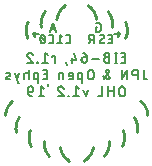
<source format=gbo>
G75*
%MOIN*%
%OFA0B0*%
%FSLAX25Y25*%
%IPPOS*%
%LPD*%
%AMOC8*
5,1,8,0,0,1.08239X$1,22.5*
%
%ADD10C,0.00787*%
%ADD11C,0.00600*%
%ADD12C,0.00700*%
%ADD13C,0.01000*%
D10*
X0040817Y0074281D02*
X0040817Y0075856D01*
X0040030Y0075069D01*
X0040817Y0074281D01*
X0040030Y0075069D02*
X0041998Y0075069D01*
X0067195Y0075069D02*
X0069163Y0075069D01*
X0068376Y0074281D01*
X0068376Y0075856D01*
X0069163Y0075069D01*
D11*
X0066527Y0074966D02*
X0065219Y0074966D01*
X0065546Y0073658D02*
X0066527Y0073658D01*
X0066527Y0074966D02*
X0066527Y0072022D01*
X0065219Y0072022D01*
X0062678Y0073249D02*
X0062636Y0073223D01*
X0062597Y0073193D01*
X0062560Y0073161D01*
X0062525Y0073126D01*
X0062493Y0073088D01*
X0062464Y0073048D01*
X0062438Y0073006D01*
X0062416Y0072963D01*
X0062396Y0072918D01*
X0062380Y0072871D01*
X0062367Y0072824D01*
X0062358Y0072775D01*
X0062353Y0072726D01*
X0062351Y0072677D01*
X0062353Y0072628D01*
X0062358Y0072580D01*
X0062367Y0072531D01*
X0062380Y0072484D01*
X0062396Y0072438D01*
X0062416Y0072393D01*
X0062439Y0072350D01*
X0062465Y0072309D01*
X0062494Y0072269D01*
X0062526Y0072232D01*
X0062560Y0072198D01*
X0062597Y0072166D01*
X0062637Y0072137D01*
X0062678Y0072111D01*
X0062721Y0072088D01*
X0062766Y0072068D01*
X0062812Y0072052D01*
X0062859Y0072039D01*
X0062908Y0072030D01*
X0062956Y0072025D01*
X0063005Y0072023D01*
X0062678Y0073249D02*
X0063577Y0073739D01*
X0063250Y0074965D02*
X0063184Y0074963D01*
X0063119Y0074958D01*
X0063054Y0074949D01*
X0062989Y0074937D01*
X0062925Y0074921D01*
X0062862Y0074902D01*
X0062801Y0074880D01*
X0062740Y0074854D01*
X0062681Y0074825D01*
X0062624Y0074793D01*
X0062568Y0074758D01*
X0062514Y0074720D01*
X0063577Y0073740D02*
X0063619Y0073766D01*
X0063658Y0073796D01*
X0063695Y0073828D01*
X0063730Y0073863D01*
X0063762Y0073901D01*
X0063791Y0073941D01*
X0063817Y0073983D01*
X0063839Y0074026D01*
X0063859Y0074071D01*
X0063875Y0074118D01*
X0063888Y0074165D01*
X0063897Y0074214D01*
X0063902Y0074263D01*
X0063904Y0074312D01*
X0063902Y0074361D01*
X0063897Y0074409D01*
X0063888Y0074458D01*
X0063875Y0074505D01*
X0063859Y0074551D01*
X0063839Y0074596D01*
X0063816Y0074639D01*
X0063790Y0074680D01*
X0063761Y0074720D01*
X0063729Y0074757D01*
X0063695Y0074791D01*
X0063658Y0074823D01*
X0063618Y0074852D01*
X0063577Y0074878D01*
X0063534Y0074901D01*
X0063489Y0074921D01*
X0063443Y0074937D01*
X0063396Y0074950D01*
X0063347Y0074959D01*
X0063299Y0074964D01*
X0063250Y0074966D01*
X0062043Y0075959D02*
X0061062Y0075959D01*
X0061062Y0077595D01*
X0061553Y0077595D01*
X0062697Y0078249D02*
X0062695Y0078298D01*
X0062690Y0078346D01*
X0062681Y0078395D01*
X0062668Y0078442D01*
X0062652Y0078488D01*
X0062632Y0078533D01*
X0062609Y0078576D01*
X0062583Y0078617D01*
X0062554Y0078657D01*
X0062522Y0078694D01*
X0062488Y0078728D01*
X0062451Y0078760D01*
X0062411Y0078789D01*
X0062370Y0078815D01*
X0062327Y0078838D01*
X0062282Y0078858D01*
X0062236Y0078874D01*
X0062189Y0078887D01*
X0062140Y0078896D01*
X0062092Y0078901D01*
X0062043Y0078903D01*
X0061062Y0078903D01*
X0062698Y0078249D02*
X0062698Y0076614D01*
X0062697Y0076614D02*
X0062695Y0076565D01*
X0062690Y0076517D01*
X0062681Y0076468D01*
X0062668Y0076421D01*
X0062652Y0076375D01*
X0062632Y0076330D01*
X0062609Y0076287D01*
X0062583Y0076246D01*
X0062554Y0076206D01*
X0062522Y0076169D01*
X0062488Y0076135D01*
X0062451Y0076103D01*
X0062411Y0076074D01*
X0062370Y0076048D01*
X0062327Y0076025D01*
X0062282Y0076005D01*
X0062236Y0075989D01*
X0062189Y0075976D01*
X0062140Y0075967D01*
X0062092Y0075962D01*
X0062043Y0075960D01*
X0060335Y0074966D02*
X0059518Y0074966D01*
X0060335Y0074966D02*
X0060335Y0072022D01*
X0060335Y0073331D02*
X0059518Y0073331D01*
X0059354Y0073331D02*
X0058700Y0072022D01*
X0059518Y0073330D02*
X0059462Y0073332D01*
X0059407Y0073338D01*
X0059352Y0073347D01*
X0059297Y0073360D01*
X0059244Y0073377D01*
X0059192Y0073398D01*
X0059142Y0073422D01*
X0059093Y0073449D01*
X0059046Y0073480D01*
X0059002Y0073513D01*
X0058960Y0073550D01*
X0058920Y0073590D01*
X0058883Y0073632D01*
X0058850Y0073676D01*
X0058819Y0073723D01*
X0058792Y0073772D01*
X0058768Y0073822D01*
X0058747Y0073874D01*
X0058730Y0073927D01*
X0058717Y0073982D01*
X0058708Y0074037D01*
X0058702Y0074092D01*
X0058700Y0074148D01*
X0058702Y0074204D01*
X0058708Y0074259D01*
X0058717Y0074314D01*
X0058730Y0074369D01*
X0058747Y0074422D01*
X0058768Y0074474D01*
X0058792Y0074524D01*
X0058819Y0074573D01*
X0058850Y0074620D01*
X0058883Y0074664D01*
X0058920Y0074706D01*
X0058960Y0074746D01*
X0059002Y0074783D01*
X0059046Y0074816D01*
X0059093Y0074847D01*
X0059142Y0074874D01*
X0059192Y0074898D01*
X0059244Y0074919D01*
X0059297Y0074936D01*
X0059352Y0074949D01*
X0059407Y0074958D01*
X0059462Y0074964D01*
X0059518Y0074966D01*
X0063005Y0072022D02*
X0063078Y0072024D01*
X0063150Y0072030D01*
X0063222Y0072039D01*
X0063294Y0072053D01*
X0063365Y0072070D01*
X0063434Y0072090D01*
X0063503Y0072115D01*
X0063570Y0072143D01*
X0063635Y0072174D01*
X0063699Y0072209D01*
X0063761Y0072247D01*
X0063821Y0072289D01*
X0063879Y0072333D01*
X0063934Y0072381D01*
X0063986Y0072431D01*
X0052616Y0072677D02*
X0052616Y0074312D01*
X0052614Y0074361D01*
X0052609Y0074409D01*
X0052600Y0074458D01*
X0052587Y0074505D01*
X0052571Y0074551D01*
X0052551Y0074596D01*
X0052528Y0074639D01*
X0052502Y0074680D01*
X0052473Y0074720D01*
X0052441Y0074757D01*
X0052407Y0074791D01*
X0052370Y0074823D01*
X0052330Y0074852D01*
X0052289Y0074878D01*
X0052246Y0074901D01*
X0052201Y0074921D01*
X0052155Y0074937D01*
X0052108Y0074950D01*
X0052059Y0074959D01*
X0052011Y0074964D01*
X0051962Y0074966D01*
X0051308Y0074966D01*
X0049944Y0074312D02*
X0049127Y0074966D01*
X0049127Y0072022D01*
X0049944Y0072022D02*
X0048309Y0072022D01*
X0046907Y0072677D02*
X0046907Y0074312D01*
X0046905Y0074361D01*
X0046900Y0074409D01*
X0046891Y0074458D01*
X0046878Y0074505D01*
X0046862Y0074551D01*
X0046842Y0074596D01*
X0046819Y0074639D01*
X0046793Y0074680D01*
X0046764Y0074720D01*
X0046732Y0074757D01*
X0046698Y0074791D01*
X0046661Y0074823D01*
X0046621Y0074852D01*
X0046580Y0074878D01*
X0046537Y0074901D01*
X0046492Y0074921D01*
X0046446Y0074937D01*
X0046399Y0074950D01*
X0046350Y0074959D01*
X0046302Y0074964D01*
X0046253Y0074966D01*
X0045599Y0074966D01*
X0045938Y0075959D02*
X0046919Y0078903D01*
X0047900Y0075959D01*
X0047655Y0076695D02*
X0046183Y0076695D01*
X0042600Y0073494D02*
X0042602Y0073402D01*
X0042607Y0073311D01*
X0042616Y0073219D01*
X0042628Y0073129D01*
X0042643Y0073038D01*
X0042662Y0072948D01*
X0042684Y0072860D01*
X0042710Y0072772D01*
X0042739Y0072685D01*
X0042771Y0072599D01*
X0042807Y0072514D01*
X0042845Y0072431D01*
X0042846Y0072431D02*
X0042863Y0072387D01*
X0042883Y0072345D01*
X0042906Y0072304D01*
X0042933Y0072265D01*
X0042962Y0072229D01*
X0042995Y0072195D01*
X0043029Y0072163D01*
X0043066Y0072135D01*
X0043106Y0072109D01*
X0043147Y0072086D01*
X0043189Y0072067D01*
X0043233Y0072051D01*
X0043279Y0072038D01*
X0043325Y0072029D01*
X0043371Y0072024D01*
X0043418Y0072022D01*
X0043465Y0072024D01*
X0043511Y0072029D01*
X0043557Y0072038D01*
X0043603Y0072051D01*
X0043647Y0072067D01*
X0043689Y0072086D01*
X0043730Y0072109D01*
X0043770Y0072135D01*
X0043807Y0072163D01*
X0043841Y0072195D01*
X0043874Y0072229D01*
X0043903Y0072265D01*
X0043930Y0072304D01*
X0043953Y0072345D01*
X0043973Y0072387D01*
X0043990Y0072431D01*
X0044072Y0072677D02*
X0042764Y0074312D01*
X0042846Y0074557D02*
X0042863Y0074601D01*
X0042883Y0074643D01*
X0042906Y0074684D01*
X0042933Y0074723D01*
X0042962Y0074759D01*
X0042995Y0074793D01*
X0043029Y0074825D01*
X0043066Y0074853D01*
X0043106Y0074879D01*
X0043147Y0074902D01*
X0043189Y0074921D01*
X0043233Y0074937D01*
X0043279Y0074950D01*
X0043325Y0074959D01*
X0043371Y0074964D01*
X0043418Y0074966D01*
X0043465Y0074964D01*
X0043511Y0074959D01*
X0043557Y0074950D01*
X0043603Y0074937D01*
X0043647Y0074921D01*
X0043689Y0074902D01*
X0043730Y0074879D01*
X0043770Y0074853D01*
X0043807Y0074825D01*
X0043841Y0074793D01*
X0043874Y0074759D01*
X0043903Y0074723D01*
X0043930Y0074684D01*
X0043953Y0074643D01*
X0043973Y0074601D01*
X0043990Y0074557D01*
X0042846Y0074557D02*
X0042808Y0074474D01*
X0042772Y0074389D01*
X0042740Y0074303D01*
X0042711Y0074216D01*
X0042685Y0074128D01*
X0042663Y0074039D01*
X0042644Y0073950D01*
X0042629Y0073859D01*
X0042617Y0073768D01*
X0042608Y0073677D01*
X0042603Y0073586D01*
X0042601Y0073494D01*
X0044235Y0073494D02*
X0044233Y0073586D01*
X0044228Y0073677D01*
X0044219Y0073768D01*
X0044207Y0073859D01*
X0044192Y0073950D01*
X0044173Y0074039D01*
X0044151Y0074128D01*
X0044125Y0074216D01*
X0044096Y0074303D01*
X0044064Y0074389D01*
X0044028Y0074474D01*
X0043990Y0074557D01*
X0044236Y0073494D02*
X0044234Y0073402D01*
X0044229Y0073311D01*
X0044220Y0073219D01*
X0044208Y0073129D01*
X0044193Y0073038D01*
X0044174Y0072948D01*
X0044152Y0072860D01*
X0044126Y0072772D01*
X0044097Y0072685D01*
X0044065Y0072599D01*
X0044029Y0072514D01*
X0043991Y0072431D01*
X0045599Y0072022D02*
X0046253Y0072022D01*
X0046253Y0072023D02*
X0046302Y0072025D01*
X0046350Y0072030D01*
X0046399Y0072039D01*
X0046446Y0072052D01*
X0046492Y0072068D01*
X0046537Y0072088D01*
X0046580Y0072111D01*
X0046621Y0072137D01*
X0046661Y0072166D01*
X0046698Y0072198D01*
X0046732Y0072232D01*
X0046764Y0072269D01*
X0046793Y0072309D01*
X0046819Y0072350D01*
X0046842Y0072393D01*
X0046862Y0072438D01*
X0046878Y0072484D01*
X0046891Y0072531D01*
X0046900Y0072580D01*
X0046905Y0072628D01*
X0046907Y0072677D01*
X0051308Y0072022D02*
X0051962Y0072022D01*
X0051962Y0072023D02*
X0052011Y0072025D01*
X0052059Y0072030D01*
X0052108Y0072039D01*
X0052155Y0072052D01*
X0052201Y0072068D01*
X0052246Y0072088D01*
X0052289Y0072111D01*
X0052330Y0072137D01*
X0052370Y0072166D01*
X0052407Y0072198D01*
X0052441Y0072232D01*
X0052473Y0072269D01*
X0052502Y0072309D01*
X0052528Y0072350D01*
X0052551Y0072393D01*
X0052571Y0072438D01*
X0052587Y0072484D01*
X0052600Y0072531D01*
X0052609Y0072580D01*
X0052614Y0072628D01*
X0052616Y0072677D01*
D12*
X0053825Y0068933D02*
X0054559Y0066366D01*
X0052725Y0066366D01*
X0053275Y0065633D02*
X0053275Y0067100D01*
X0051235Y0065816D02*
X0051052Y0065816D01*
X0051052Y0065633D01*
X0051327Y0064900D01*
X0051235Y0065633D02*
X0051052Y0065633D01*
X0051235Y0065633D02*
X0051235Y0065816D01*
X0050322Y0062233D02*
X0049406Y0062233D01*
X0049361Y0062231D01*
X0049315Y0062225D01*
X0049271Y0062216D01*
X0049227Y0062203D01*
X0049185Y0062187D01*
X0049144Y0062167D01*
X0049105Y0062143D01*
X0049068Y0062117D01*
X0049033Y0062088D01*
X0049001Y0062056D01*
X0048972Y0062021D01*
X0048946Y0061984D01*
X0048922Y0061945D01*
X0048902Y0061904D01*
X0048886Y0061862D01*
X0048873Y0061818D01*
X0048864Y0061774D01*
X0048858Y0061728D01*
X0048856Y0061683D01*
X0048856Y0060033D01*
X0050322Y0060033D02*
X0050322Y0062233D01*
X0052096Y0061500D02*
X0052096Y0061133D01*
X0053562Y0061133D01*
X0053562Y0061500D02*
X0053562Y0060583D01*
X0053560Y0060538D01*
X0053554Y0060492D01*
X0053545Y0060448D01*
X0053532Y0060404D01*
X0053516Y0060362D01*
X0053496Y0060321D01*
X0053472Y0060282D01*
X0053446Y0060245D01*
X0053417Y0060210D01*
X0053385Y0060178D01*
X0053350Y0060149D01*
X0053313Y0060123D01*
X0053274Y0060099D01*
X0053233Y0060079D01*
X0053191Y0060063D01*
X0053147Y0060050D01*
X0053103Y0060041D01*
X0053057Y0060035D01*
X0053012Y0060033D01*
X0052096Y0060033D01*
X0052096Y0061500D02*
X0052098Y0061552D01*
X0052103Y0061604D01*
X0052113Y0061656D01*
X0052126Y0061707D01*
X0052142Y0061756D01*
X0052162Y0061804D01*
X0052186Y0061851D01*
X0052212Y0061896D01*
X0052242Y0061939D01*
X0052275Y0061980D01*
X0052311Y0062018D01*
X0052349Y0062054D01*
X0052390Y0062087D01*
X0052433Y0062117D01*
X0052478Y0062143D01*
X0052525Y0062167D01*
X0052573Y0062187D01*
X0052622Y0062203D01*
X0052673Y0062216D01*
X0052725Y0062226D01*
X0052777Y0062231D01*
X0052829Y0062233D01*
X0052881Y0062231D01*
X0052933Y0062226D01*
X0052985Y0062216D01*
X0053036Y0062203D01*
X0053085Y0062187D01*
X0053133Y0062167D01*
X0053180Y0062143D01*
X0053225Y0062117D01*
X0053268Y0062087D01*
X0053309Y0062054D01*
X0053347Y0062018D01*
X0053383Y0061980D01*
X0053416Y0061939D01*
X0053446Y0061896D01*
X0053472Y0061851D01*
X0053496Y0061804D01*
X0053516Y0061756D01*
X0053532Y0061707D01*
X0053545Y0061656D01*
X0053555Y0061604D01*
X0053560Y0061552D01*
X0053562Y0061500D01*
X0055186Y0061683D02*
X0055186Y0060583D01*
X0055188Y0060538D01*
X0055194Y0060492D01*
X0055203Y0060448D01*
X0055216Y0060404D01*
X0055232Y0060362D01*
X0055252Y0060321D01*
X0055276Y0060282D01*
X0055302Y0060245D01*
X0055331Y0060210D01*
X0055363Y0060178D01*
X0055398Y0060149D01*
X0055435Y0060123D01*
X0055474Y0060099D01*
X0055515Y0060079D01*
X0055557Y0060063D01*
X0055601Y0060050D01*
X0055645Y0060041D01*
X0055691Y0060035D01*
X0055736Y0060033D01*
X0056653Y0060033D01*
X0056653Y0058933D02*
X0056653Y0062233D01*
X0055736Y0062233D01*
X0055691Y0062231D01*
X0055645Y0062225D01*
X0055601Y0062216D01*
X0055557Y0062203D01*
X0055515Y0062187D01*
X0055474Y0062167D01*
X0055435Y0062143D01*
X0055398Y0062117D01*
X0055363Y0062088D01*
X0055331Y0062056D01*
X0055302Y0062021D01*
X0055276Y0061984D01*
X0055252Y0061945D01*
X0055232Y0061904D01*
X0055216Y0061862D01*
X0055203Y0061818D01*
X0055194Y0061774D01*
X0055188Y0061728D01*
X0055186Y0061683D01*
X0058512Y0062416D02*
X0058512Y0060950D01*
X0058514Y0060891D01*
X0058520Y0060833D01*
X0058529Y0060775D01*
X0058542Y0060717D01*
X0058559Y0060661D01*
X0058579Y0060606D01*
X0058603Y0060552D01*
X0058630Y0060500D01*
X0058660Y0060450D01*
X0058694Y0060402D01*
X0058731Y0060356D01*
X0058770Y0060312D01*
X0058813Y0060271D01*
X0058857Y0060233D01*
X0058904Y0060198D01*
X0058954Y0060166D01*
X0059005Y0060137D01*
X0059058Y0060111D01*
X0059112Y0060089D01*
X0059168Y0060071D01*
X0059225Y0060056D01*
X0059283Y0060045D01*
X0059341Y0060037D01*
X0059400Y0060033D01*
X0059458Y0060033D01*
X0059517Y0060037D01*
X0059575Y0060045D01*
X0059633Y0060056D01*
X0059690Y0060071D01*
X0059746Y0060089D01*
X0059800Y0060111D01*
X0059853Y0060137D01*
X0059904Y0060166D01*
X0059954Y0060198D01*
X0060001Y0060233D01*
X0060045Y0060271D01*
X0060088Y0060312D01*
X0060127Y0060356D01*
X0060164Y0060402D01*
X0060198Y0060450D01*
X0060228Y0060500D01*
X0060255Y0060552D01*
X0060279Y0060606D01*
X0060299Y0060661D01*
X0060316Y0060717D01*
X0060329Y0060775D01*
X0060338Y0060833D01*
X0060344Y0060891D01*
X0060346Y0060950D01*
X0060346Y0062416D01*
X0060344Y0062475D01*
X0060338Y0062533D01*
X0060329Y0062591D01*
X0060316Y0062649D01*
X0060299Y0062705D01*
X0060279Y0062760D01*
X0060255Y0062814D01*
X0060228Y0062866D01*
X0060198Y0062916D01*
X0060164Y0062964D01*
X0060127Y0063010D01*
X0060088Y0063054D01*
X0060045Y0063095D01*
X0060001Y0063133D01*
X0059954Y0063168D01*
X0059904Y0063200D01*
X0059853Y0063229D01*
X0059800Y0063255D01*
X0059746Y0063277D01*
X0059690Y0063295D01*
X0059633Y0063310D01*
X0059575Y0063321D01*
X0059517Y0063329D01*
X0059458Y0063333D01*
X0059400Y0063333D01*
X0059341Y0063329D01*
X0059283Y0063321D01*
X0059225Y0063310D01*
X0059168Y0063295D01*
X0059112Y0063277D01*
X0059058Y0063255D01*
X0059005Y0063229D01*
X0058954Y0063200D01*
X0058904Y0063168D01*
X0058857Y0063133D01*
X0058813Y0063095D01*
X0058770Y0063054D01*
X0058731Y0063010D01*
X0058694Y0062964D01*
X0058660Y0062916D01*
X0058630Y0062866D01*
X0058603Y0062814D01*
X0058579Y0062760D01*
X0058559Y0062705D01*
X0058542Y0062649D01*
X0058529Y0062591D01*
X0058520Y0062533D01*
X0058514Y0062475D01*
X0058512Y0062416D01*
X0058159Y0066550D02*
X0058159Y0067466D01*
X0057059Y0067466D01*
X0058159Y0067466D02*
X0058157Y0067540D01*
X0058151Y0067614D01*
X0058142Y0067688D01*
X0058129Y0067761D01*
X0058112Y0067834D01*
X0058092Y0067905D01*
X0058068Y0067975D01*
X0058040Y0068045D01*
X0058009Y0068112D01*
X0057975Y0068178D01*
X0057937Y0068242D01*
X0057896Y0068304D01*
X0057852Y0068364D01*
X0057805Y0068422D01*
X0057755Y0068477D01*
X0057703Y0068529D01*
X0057648Y0068579D01*
X0057590Y0068626D01*
X0057530Y0068670D01*
X0057468Y0068711D01*
X0057404Y0068749D01*
X0057338Y0068783D01*
X0057271Y0068814D01*
X0057201Y0068842D01*
X0057131Y0068866D01*
X0057060Y0068886D01*
X0056987Y0068903D01*
X0056914Y0068916D01*
X0056840Y0068925D01*
X0056766Y0068931D01*
X0056692Y0068933D01*
X0056325Y0066733D02*
X0056325Y0066550D01*
X0056326Y0066733D02*
X0056328Y0066785D01*
X0056333Y0066837D01*
X0056343Y0066889D01*
X0056356Y0066940D01*
X0056372Y0066989D01*
X0056392Y0067038D01*
X0056416Y0067084D01*
X0056442Y0067129D01*
X0056472Y0067172D01*
X0056505Y0067213D01*
X0056541Y0067251D01*
X0056579Y0067287D01*
X0056620Y0067320D01*
X0056663Y0067350D01*
X0056708Y0067376D01*
X0056755Y0067400D01*
X0056803Y0067420D01*
X0056852Y0067436D01*
X0056903Y0067449D01*
X0056955Y0067459D01*
X0057007Y0067464D01*
X0057059Y0067466D01*
X0056325Y0066550D02*
X0056327Y0066491D01*
X0056333Y0066433D01*
X0056342Y0066375D01*
X0056355Y0066317D01*
X0056372Y0066261D01*
X0056392Y0066206D01*
X0056416Y0066152D01*
X0056443Y0066100D01*
X0056473Y0066050D01*
X0056507Y0066002D01*
X0056544Y0065956D01*
X0056583Y0065912D01*
X0056626Y0065871D01*
X0056670Y0065833D01*
X0056717Y0065798D01*
X0056767Y0065766D01*
X0056818Y0065737D01*
X0056871Y0065711D01*
X0056925Y0065689D01*
X0056981Y0065671D01*
X0057038Y0065656D01*
X0057096Y0065645D01*
X0057154Y0065637D01*
X0057213Y0065633D01*
X0057271Y0065633D01*
X0057330Y0065637D01*
X0057388Y0065645D01*
X0057446Y0065656D01*
X0057503Y0065671D01*
X0057559Y0065689D01*
X0057613Y0065711D01*
X0057666Y0065737D01*
X0057717Y0065766D01*
X0057767Y0065798D01*
X0057814Y0065833D01*
X0057858Y0065871D01*
X0057901Y0065912D01*
X0057940Y0065956D01*
X0057977Y0066002D01*
X0058011Y0066050D01*
X0058041Y0066100D01*
X0058068Y0066152D01*
X0058092Y0066206D01*
X0058112Y0066261D01*
X0058129Y0066317D01*
X0058142Y0066375D01*
X0058151Y0066433D01*
X0058157Y0066491D01*
X0058159Y0066550D01*
X0059982Y0066916D02*
X0062182Y0066916D01*
X0064717Y0067467D02*
X0064658Y0067465D01*
X0064600Y0067459D01*
X0064542Y0067450D01*
X0064484Y0067437D01*
X0064428Y0067420D01*
X0064373Y0067400D01*
X0064319Y0067376D01*
X0064267Y0067349D01*
X0064217Y0067319D01*
X0064169Y0067285D01*
X0064123Y0067248D01*
X0064079Y0067209D01*
X0064038Y0067166D01*
X0064000Y0067122D01*
X0063965Y0067075D01*
X0063933Y0067025D01*
X0063904Y0066974D01*
X0063878Y0066921D01*
X0063856Y0066867D01*
X0063838Y0066811D01*
X0063823Y0066754D01*
X0063812Y0066696D01*
X0063804Y0066638D01*
X0063800Y0066579D01*
X0063800Y0066521D01*
X0063804Y0066462D01*
X0063812Y0066404D01*
X0063823Y0066346D01*
X0063838Y0066289D01*
X0063856Y0066233D01*
X0063878Y0066179D01*
X0063904Y0066126D01*
X0063933Y0066075D01*
X0063965Y0066025D01*
X0064000Y0065978D01*
X0064038Y0065934D01*
X0064079Y0065891D01*
X0064123Y0065852D01*
X0064169Y0065815D01*
X0064217Y0065781D01*
X0064267Y0065751D01*
X0064319Y0065724D01*
X0064373Y0065700D01*
X0064428Y0065680D01*
X0064484Y0065663D01*
X0064542Y0065650D01*
X0064600Y0065641D01*
X0064658Y0065635D01*
X0064717Y0065633D01*
X0065634Y0065633D01*
X0065634Y0068933D01*
X0064717Y0068933D01*
X0064665Y0068931D01*
X0064613Y0068926D01*
X0064561Y0068916D01*
X0064510Y0068903D01*
X0064461Y0068887D01*
X0064413Y0068867D01*
X0064366Y0068843D01*
X0064321Y0068817D01*
X0064278Y0068787D01*
X0064237Y0068754D01*
X0064199Y0068718D01*
X0064163Y0068680D01*
X0064130Y0068639D01*
X0064100Y0068596D01*
X0064074Y0068551D01*
X0064050Y0068504D01*
X0064030Y0068456D01*
X0064014Y0068407D01*
X0064001Y0068356D01*
X0063991Y0068304D01*
X0063986Y0068252D01*
X0063984Y0068200D01*
X0063986Y0068148D01*
X0063991Y0068096D01*
X0064001Y0068044D01*
X0064014Y0067993D01*
X0064030Y0067944D01*
X0064050Y0067896D01*
X0064074Y0067849D01*
X0064100Y0067804D01*
X0064130Y0067761D01*
X0064163Y0067720D01*
X0064199Y0067682D01*
X0064237Y0067646D01*
X0064278Y0067613D01*
X0064321Y0067583D01*
X0064366Y0067557D01*
X0064413Y0067533D01*
X0064461Y0067513D01*
X0064510Y0067497D01*
X0064561Y0067484D01*
X0064613Y0067474D01*
X0064665Y0067469D01*
X0064717Y0067467D01*
X0064717Y0067466D02*
X0065634Y0067466D01*
X0067435Y0065633D02*
X0068169Y0065633D01*
X0067802Y0065633D02*
X0067802Y0068933D01*
X0068169Y0068933D02*
X0067435Y0068933D01*
X0069521Y0068933D02*
X0070987Y0068933D01*
X0070987Y0065633D01*
X0069521Y0065633D01*
X0069887Y0067466D02*
X0070987Y0067466D01*
X0071506Y0063333D02*
X0069672Y0060033D01*
X0069672Y0063333D01*
X0071506Y0063333D02*
X0071506Y0060033D01*
X0074104Y0061500D02*
X0075021Y0061500D01*
X0074104Y0061499D02*
X0074045Y0061501D01*
X0073987Y0061507D01*
X0073929Y0061516D01*
X0073871Y0061529D01*
X0073815Y0061546D01*
X0073760Y0061566D01*
X0073706Y0061590D01*
X0073654Y0061617D01*
X0073604Y0061647D01*
X0073556Y0061681D01*
X0073510Y0061718D01*
X0073466Y0061757D01*
X0073425Y0061800D01*
X0073387Y0061844D01*
X0073352Y0061891D01*
X0073320Y0061941D01*
X0073291Y0061992D01*
X0073265Y0062045D01*
X0073243Y0062099D01*
X0073225Y0062155D01*
X0073210Y0062212D01*
X0073199Y0062270D01*
X0073191Y0062328D01*
X0073187Y0062387D01*
X0073187Y0062445D01*
X0073191Y0062504D01*
X0073199Y0062562D01*
X0073210Y0062620D01*
X0073225Y0062677D01*
X0073243Y0062733D01*
X0073265Y0062787D01*
X0073291Y0062840D01*
X0073320Y0062891D01*
X0073352Y0062941D01*
X0073387Y0062988D01*
X0073425Y0063032D01*
X0073466Y0063075D01*
X0073510Y0063114D01*
X0073556Y0063151D01*
X0073604Y0063185D01*
X0073654Y0063215D01*
X0073706Y0063242D01*
X0073760Y0063266D01*
X0073815Y0063286D01*
X0073871Y0063303D01*
X0073929Y0063316D01*
X0073987Y0063325D01*
X0074045Y0063331D01*
X0074104Y0063333D01*
X0075021Y0063333D01*
X0075021Y0060033D01*
X0077089Y0060766D02*
X0077089Y0063333D01*
X0077089Y0060766D02*
X0077091Y0060714D01*
X0077096Y0060662D01*
X0077106Y0060610D01*
X0077119Y0060559D01*
X0077135Y0060510D01*
X0077155Y0060462D01*
X0077179Y0060415D01*
X0077205Y0060370D01*
X0077235Y0060327D01*
X0077268Y0060286D01*
X0077304Y0060248D01*
X0077342Y0060212D01*
X0077383Y0060179D01*
X0077426Y0060149D01*
X0077471Y0060123D01*
X0077518Y0060099D01*
X0077566Y0060079D01*
X0077615Y0060063D01*
X0077666Y0060050D01*
X0077718Y0060040D01*
X0077770Y0060035D01*
X0077822Y0060033D01*
X0078189Y0060033D01*
X0070753Y0056816D02*
X0070753Y0055350D01*
X0070751Y0055291D01*
X0070745Y0055233D01*
X0070736Y0055175D01*
X0070723Y0055117D01*
X0070706Y0055061D01*
X0070686Y0055006D01*
X0070662Y0054952D01*
X0070635Y0054900D01*
X0070605Y0054850D01*
X0070571Y0054802D01*
X0070534Y0054756D01*
X0070495Y0054712D01*
X0070452Y0054671D01*
X0070408Y0054633D01*
X0070361Y0054598D01*
X0070311Y0054566D01*
X0070260Y0054537D01*
X0070207Y0054511D01*
X0070153Y0054489D01*
X0070097Y0054471D01*
X0070040Y0054456D01*
X0069982Y0054445D01*
X0069924Y0054437D01*
X0069865Y0054433D01*
X0069807Y0054433D01*
X0069748Y0054437D01*
X0069690Y0054445D01*
X0069632Y0054456D01*
X0069575Y0054471D01*
X0069519Y0054489D01*
X0069465Y0054511D01*
X0069412Y0054537D01*
X0069361Y0054566D01*
X0069311Y0054598D01*
X0069264Y0054633D01*
X0069220Y0054671D01*
X0069177Y0054712D01*
X0069138Y0054756D01*
X0069101Y0054802D01*
X0069067Y0054850D01*
X0069037Y0054900D01*
X0069010Y0054952D01*
X0068986Y0055006D01*
X0068966Y0055061D01*
X0068949Y0055117D01*
X0068936Y0055175D01*
X0068927Y0055233D01*
X0068921Y0055291D01*
X0068919Y0055350D01*
X0068920Y0055350D02*
X0068920Y0056816D01*
X0068919Y0056816D02*
X0068921Y0056875D01*
X0068927Y0056933D01*
X0068936Y0056991D01*
X0068949Y0057049D01*
X0068966Y0057105D01*
X0068986Y0057160D01*
X0069010Y0057214D01*
X0069037Y0057266D01*
X0069067Y0057316D01*
X0069101Y0057364D01*
X0069138Y0057410D01*
X0069177Y0057454D01*
X0069220Y0057495D01*
X0069264Y0057533D01*
X0069311Y0057568D01*
X0069361Y0057600D01*
X0069412Y0057629D01*
X0069465Y0057655D01*
X0069519Y0057677D01*
X0069575Y0057695D01*
X0069632Y0057710D01*
X0069690Y0057721D01*
X0069748Y0057729D01*
X0069807Y0057733D01*
X0069865Y0057733D01*
X0069924Y0057729D01*
X0069982Y0057721D01*
X0070040Y0057710D01*
X0070097Y0057695D01*
X0070153Y0057677D01*
X0070207Y0057655D01*
X0070260Y0057629D01*
X0070311Y0057600D01*
X0070361Y0057568D01*
X0070408Y0057533D01*
X0070452Y0057495D01*
X0070495Y0057454D01*
X0070534Y0057410D01*
X0070571Y0057364D01*
X0070605Y0057316D01*
X0070635Y0057266D01*
X0070662Y0057214D01*
X0070686Y0057160D01*
X0070706Y0057105D01*
X0070723Y0057049D01*
X0070736Y0056991D01*
X0070745Y0056933D01*
X0070751Y0056875D01*
X0070753Y0056816D01*
X0067033Y0056266D02*
X0065200Y0056266D01*
X0065200Y0057733D02*
X0065200Y0054433D01*
X0063182Y0054433D02*
X0061715Y0054433D01*
X0063182Y0054433D02*
X0063182Y0057733D01*
X0063841Y0060033D02*
X0065399Y0062508D01*
X0064483Y0062508D02*
X0064461Y0062546D01*
X0064442Y0062586D01*
X0064427Y0062628D01*
X0064415Y0062670D01*
X0064407Y0062714D01*
X0064402Y0062758D01*
X0064401Y0062802D01*
X0064404Y0062846D01*
X0064410Y0062890D01*
X0064419Y0062933D01*
X0064433Y0062975D01*
X0064449Y0063016D01*
X0064469Y0063055D01*
X0064492Y0063093D01*
X0064518Y0063129D01*
X0064547Y0063162D01*
X0064578Y0063193D01*
X0064612Y0063221D01*
X0064648Y0063247D01*
X0064686Y0063269D01*
X0064726Y0063288D01*
X0064767Y0063304D01*
X0064810Y0063317D01*
X0064853Y0063326D01*
X0064897Y0063331D01*
X0064941Y0063333D01*
X0064985Y0063331D01*
X0065029Y0063326D01*
X0065072Y0063317D01*
X0065115Y0063304D01*
X0065156Y0063288D01*
X0065196Y0063269D01*
X0065234Y0063247D01*
X0065270Y0063221D01*
X0065304Y0063193D01*
X0065335Y0063162D01*
X0065364Y0063129D01*
X0065390Y0063093D01*
X0065413Y0063055D01*
X0065433Y0063016D01*
X0065449Y0062975D01*
X0065463Y0062933D01*
X0065472Y0062890D01*
X0065478Y0062846D01*
X0065481Y0062802D01*
X0065480Y0062758D01*
X0065475Y0062714D01*
X0065467Y0062670D01*
X0065455Y0062628D01*
X0065440Y0062586D01*
X0065421Y0062546D01*
X0065399Y0062508D01*
X0064482Y0062508D02*
X0065582Y0060858D01*
X0065606Y0060823D01*
X0065626Y0060786D01*
X0065643Y0060748D01*
X0065657Y0060708D01*
X0065666Y0060667D01*
X0065672Y0060625D01*
X0065674Y0060583D01*
X0065672Y0060538D01*
X0065666Y0060492D01*
X0065657Y0060448D01*
X0065644Y0060404D01*
X0065628Y0060362D01*
X0065608Y0060321D01*
X0065584Y0060282D01*
X0065558Y0060245D01*
X0065529Y0060210D01*
X0065497Y0060178D01*
X0065462Y0060149D01*
X0065425Y0060123D01*
X0065386Y0060099D01*
X0065345Y0060079D01*
X0065303Y0060063D01*
X0065259Y0060050D01*
X0065215Y0060041D01*
X0065169Y0060035D01*
X0065124Y0060033D01*
X0064849Y0060125D02*
X0063474Y0061133D01*
X0064849Y0060125D02*
X0064884Y0060101D01*
X0064921Y0060081D01*
X0064959Y0060064D01*
X0064999Y0060050D01*
X0065040Y0060041D01*
X0065082Y0060035D01*
X0065124Y0060033D01*
X0067033Y0057733D02*
X0067033Y0054433D01*
X0058450Y0056633D02*
X0057716Y0054433D01*
X0056983Y0056633D01*
X0055393Y0057000D02*
X0054476Y0057733D01*
X0054476Y0054433D01*
X0053560Y0054433D02*
X0055393Y0054433D01*
X0052048Y0054433D02*
X0051865Y0054433D01*
X0051865Y0054616D01*
X0052048Y0054616D01*
X0052048Y0054433D01*
X0050353Y0054433D02*
X0048520Y0054433D01*
X0050353Y0054433D02*
X0048795Y0056266D01*
X0049345Y0057733D02*
X0049408Y0057731D01*
X0049472Y0057725D01*
X0049534Y0057716D01*
X0049596Y0057703D01*
X0049658Y0057686D01*
X0049718Y0057665D01*
X0049776Y0057641D01*
X0049834Y0057614D01*
X0049889Y0057583D01*
X0049943Y0057549D01*
X0049994Y0057511D01*
X0050043Y0057471D01*
X0050089Y0057428D01*
X0050133Y0057382D01*
X0050174Y0057333D01*
X0050212Y0057283D01*
X0050247Y0057230D01*
X0050279Y0057175D01*
X0050307Y0057118D01*
X0050332Y0057059D01*
X0050353Y0057000D01*
X0048795Y0056266D02*
X0048756Y0056306D01*
X0048720Y0056347D01*
X0048686Y0056391D01*
X0048656Y0056437D01*
X0048628Y0056485D01*
X0048603Y0056534D01*
X0048581Y0056585D01*
X0048563Y0056636D01*
X0048547Y0056690D01*
X0048535Y0056743D01*
X0048527Y0056798D01*
X0048522Y0056853D01*
X0048520Y0056908D01*
X0048522Y0056964D01*
X0048528Y0057020D01*
X0048537Y0057076D01*
X0048551Y0057131D01*
X0048568Y0057184D01*
X0048588Y0057237D01*
X0048612Y0057288D01*
X0048640Y0057337D01*
X0048671Y0057384D01*
X0048705Y0057429D01*
X0048742Y0057471D01*
X0048782Y0057511D01*
X0048824Y0057548D01*
X0048869Y0057582D01*
X0048916Y0057613D01*
X0048965Y0057641D01*
X0049016Y0057665D01*
X0049069Y0057685D01*
X0049122Y0057702D01*
X0049177Y0057716D01*
X0049233Y0057725D01*
X0049289Y0057731D01*
X0049345Y0057733D01*
X0045237Y0057733D02*
X0045237Y0058466D01*
X0044974Y0060033D02*
X0044974Y0063333D01*
X0043508Y0063333D01*
X0043874Y0061866D02*
X0044974Y0061866D01*
X0044974Y0060033D02*
X0043508Y0060033D01*
X0041893Y0060033D02*
X0040976Y0060033D01*
X0040931Y0060035D01*
X0040885Y0060041D01*
X0040841Y0060050D01*
X0040797Y0060063D01*
X0040755Y0060079D01*
X0040714Y0060099D01*
X0040675Y0060123D01*
X0040638Y0060149D01*
X0040603Y0060178D01*
X0040571Y0060210D01*
X0040542Y0060245D01*
X0040516Y0060282D01*
X0040492Y0060321D01*
X0040472Y0060362D01*
X0040456Y0060404D01*
X0040443Y0060448D01*
X0040434Y0060492D01*
X0040428Y0060538D01*
X0040426Y0060583D01*
X0040426Y0061683D01*
X0040428Y0061728D01*
X0040434Y0061774D01*
X0040443Y0061818D01*
X0040456Y0061862D01*
X0040472Y0061904D01*
X0040492Y0061945D01*
X0040516Y0061984D01*
X0040542Y0062021D01*
X0040571Y0062056D01*
X0040603Y0062088D01*
X0040638Y0062117D01*
X0040675Y0062143D01*
X0040714Y0062167D01*
X0040755Y0062187D01*
X0040797Y0062203D01*
X0040841Y0062216D01*
X0040885Y0062225D01*
X0040931Y0062231D01*
X0040976Y0062233D01*
X0041893Y0062233D01*
X0041893Y0058933D01*
X0042957Y0057733D02*
X0042957Y0054433D01*
X0043873Y0054433D02*
X0042040Y0054433D01*
X0039907Y0054433D02*
X0039833Y0054435D01*
X0039759Y0054441D01*
X0039685Y0054450D01*
X0039612Y0054463D01*
X0039539Y0054480D01*
X0039468Y0054500D01*
X0039398Y0054524D01*
X0039328Y0054552D01*
X0039261Y0054583D01*
X0039195Y0054617D01*
X0039131Y0054655D01*
X0039069Y0054696D01*
X0039009Y0054740D01*
X0038951Y0054787D01*
X0038896Y0054837D01*
X0038844Y0054889D01*
X0038794Y0054944D01*
X0038747Y0055002D01*
X0038703Y0055062D01*
X0038662Y0055124D01*
X0038624Y0055188D01*
X0038590Y0055254D01*
X0038559Y0055321D01*
X0038531Y0055391D01*
X0038507Y0055461D01*
X0038487Y0055532D01*
X0038470Y0055605D01*
X0038457Y0055678D01*
X0038448Y0055752D01*
X0038442Y0055826D01*
X0038440Y0055900D01*
X0038440Y0056816D01*
X0038440Y0055900D02*
X0039540Y0055900D01*
X0039592Y0055902D01*
X0039644Y0055907D01*
X0039696Y0055917D01*
X0039747Y0055930D01*
X0039796Y0055946D01*
X0039845Y0055966D01*
X0039891Y0055990D01*
X0039936Y0056016D01*
X0039979Y0056046D01*
X0040020Y0056079D01*
X0040058Y0056115D01*
X0040094Y0056153D01*
X0040127Y0056194D01*
X0040157Y0056237D01*
X0040183Y0056282D01*
X0040207Y0056329D01*
X0040227Y0056377D01*
X0040243Y0056426D01*
X0040256Y0056477D01*
X0040266Y0056529D01*
X0040271Y0056581D01*
X0040273Y0056633D01*
X0040273Y0056816D01*
X0040274Y0056816D02*
X0040272Y0056875D01*
X0040266Y0056933D01*
X0040257Y0056991D01*
X0040244Y0057049D01*
X0040227Y0057105D01*
X0040207Y0057160D01*
X0040183Y0057214D01*
X0040156Y0057266D01*
X0040126Y0057316D01*
X0040092Y0057364D01*
X0040055Y0057410D01*
X0040016Y0057454D01*
X0039973Y0057495D01*
X0039929Y0057533D01*
X0039882Y0057568D01*
X0039832Y0057600D01*
X0039781Y0057629D01*
X0039728Y0057655D01*
X0039674Y0057677D01*
X0039618Y0057695D01*
X0039561Y0057710D01*
X0039503Y0057721D01*
X0039445Y0057729D01*
X0039386Y0057733D01*
X0039328Y0057733D01*
X0039269Y0057729D01*
X0039211Y0057721D01*
X0039153Y0057710D01*
X0039096Y0057695D01*
X0039040Y0057677D01*
X0038986Y0057655D01*
X0038933Y0057629D01*
X0038882Y0057600D01*
X0038832Y0057568D01*
X0038785Y0057533D01*
X0038741Y0057495D01*
X0038698Y0057454D01*
X0038659Y0057410D01*
X0038622Y0057364D01*
X0038588Y0057316D01*
X0038558Y0057266D01*
X0038531Y0057214D01*
X0038507Y0057160D01*
X0038487Y0057105D01*
X0038470Y0057049D01*
X0038457Y0056991D01*
X0038448Y0056933D01*
X0038442Y0056875D01*
X0038440Y0056816D01*
X0038682Y0060033D02*
X0038682Y0063333D01*
X0038682Y0062233D02*
X0037766Y0062233D01*
X0037721Y0062231D01*
X0037675Y0062225D01*
X0037631Y0062216D01*
X0037587Y0062203D01*
X0037545Y0062187D01*
X0037504Y0062167D01*
X0037465Y0062143D01*
X0037428Y0062117D01*
X0037393Y0062088D01*
X0037361Y0062056D01*
X0037332Y0062021D01*
X0037306Y0061984D01*
X0037282Y0061945D01*
X0037262Y0061904D01*
X0037246Y0061862D01*
X0037233Y0061818D01*
X0037224Y0061774D01*
X0037218Y0061728D01*
X0037216Y0061683D01*
X0037216Y0060033D01*
X0035562Y0058933D02*
X0035196Y0058933D01*
X0034096Y0062233D01*
X0035562Y0062233D02*
X0034829Y0060033D01*
X0032104Y0062233D02*
X0032019Y0062230D01*
X0031934Y0062223D01*
X0031850Y0062214D01*
X0031766Y0062200D01*
X0031682Y0062183D01*
X0031600Y0062163D01*
X0031518Y0062140D01*
X0031437Y0062113D01*
X0031358Y0062083D01*
X0031279Y0062049D01*
X0032104Y0062233D02*
X0032147Y0062232D01*
X0032189Y0062227D01*
X0032230Y0062218D01*
X0032271Y0062205D01*
X0032310Y0062189D01*
X0032348Y0062170D01*
X0032384Y0062147D01*
X0032418Y0062121D01*
X0032449Y0062092D01*
X0032477Y0062060D01*
X0032503Y0062026D01*
X0032525Y0061990D01*
X0032544Y0061952D01*
X0032560Y0061913D01*
X0032572Y0061872D01*
X0032580Y0061830D01*
X0032585Y0061788D01*
X0032586Y0061745D01*
X0032583Y0061703D01*
X0032576Y0061661D01*
X0032565Y0061620D01*
X0032551Y0061580D01*
X0032534Y0061541D01*
X0032513Y0061504D01*
X0032488Y0061469D01*
X0032461Y0061437D01*
X0032431Y0061407D01*
X0032398Y0061380D01*
X0032363Y0061355D01*
X0032326Y0061335D01*
X0032287Y0061317D01*
X0032287Y0061316D02*
X0031371Y0060950D01*
X0031371Y0060949D02*
X0031332Y0060931D01*
X0031295Y0060911D01*
X0031260Y0060886D01*
X0031227Y0060859D01*
X0031197Y0060829D01*
X0031170Y0060797D01*
X0031145Y0060762D01*
X0031124Y0060725D01*
X0031107Y0060686D01*
X0031093Y0060646D01*
X0031082Y0060605D01*
X0031075Y0060563D01*
X0031072Y0060521D01*
X0031073Y0060478D01*
X0031078Y0060436D01*
X0031086Y0060394D01*
X0031098Y0060353D01*
X0031114Y0060314D01*
X0031133Y0060276D01*
X0031155Y0060240D01*
X0031181Y0060206D01*
X0031209Y0060174D01*
X0031240Y0060145D01*
X0031274Y0060119D01*
X0031310Y0060096D01*
X0031348Y0060077D01*
X0031387Y0060061D01*
X0031428Y0060048D01*
X0031469Y0060039D01*
X0031511Y0060034D01*
X0031554Y0060033D01*
X0031657Y0060036D01*
X0031760Y0060043D01*
X0031863Y0060053D01*
X0031965Y0060066D01*
X0032066Y0060083D01*
X0032167Y0060103D01*
X0032267Y0060127D01*
X0032367Y0060153D01*
X0032465Y0060183D01*
X0032563Y0060217D01*
X0038206Y0065633D02*
X0040039Y0065633D01*
X0038481Y0067466D01*
X0039031Y0068933D02*
X0039094Y0068931D01*
X0039158Y0068925D01*
X0039220Y0068916D01*
X0039282Y0068903D01*
X0039344Y0068886D01*
X0039404Y0068865D01*
X0039462Y0068841D01*
X0039520Y0068814D01*
X0039575Y0068783D01*
X0039629Y0068749D01*
X0039680Y0068711D01*
X0039729Y0068671D01*
X0039775Y0068628D01*
X0039819Y0068582D01*
X0039860Y0068533D01*
X0039898Y0068483D01*
X0039933Y0068430D01*
X0039965Y0068375D01*
X0039993Y0068318D01*
X0040018Y0068259D01*
X0040039Y0068200D01*
X0038481Y0067466D02*
X0038442Y0067506D01*
X0038406Y0067547D01*
X0038372Y0067591D01*
X0038342Y0067637D01*
X0038314Y0067685D01*
X0038289Y0067734D01*
X0038267Y0067785D01*
X0038249Y0067836D01*
X0038233Y0067890D01*
X0038221Y0067943D01*
X0038213Y0067998D01*
X0038208Y0068053D01*
X0038206Y0068108D01*
X0038208Y0068164D01*
X0038214Y0068220D01*
X0038223Y0068276D01*
X0038237Y0068331D01*
X0038254Y0068384D01*
X0038274Y0068437D01*
X0038298Y0068488D01*
X0038326Y0068537D01*
X0038357Y0068584D01*
X0038391Y0068629D01*
X0038428Y0068671D01*
X0038468Y0068711D01*
X0038510Y0068748D01*
X0038555Y0068782D01*
X0038602Y0068813D01*
X0038651Y0068841D01*
X0038702Y0068865D01*
X0038755Y0068885D01*
X0038808Y0068902D01*
X0038863Y0068916D01*
X0038919Y0068925D01*
X0038975Y0068931D01*
X0039031Y0068933D01*
X0041551Y0065816D02*
X0041551Y0065633D01*
X0041734Y0065633D01*
X0041734Y0065816D01*
X0041551Y0065816D01*
X0043246Y0065633D02*
X0045079Y0065633D01*
X0044162Y0065633D02*
X0044162Y0068933D01*
X0045079Y0068200D01*
X0046402Y0067833D02*
X0046402Y0067466D01*
X0046402Y0067833D02*
X0047502Y0067833D01*
X0047502Y0065633D01*
X0042957Y0057733D02*
X0043873Y0057000D01*
D13*
X0035516Y0047645D02*
X0035426Y0047511D01*
X0035338Y0047373D01*
X0035254Y0047234D01*
X0035173Y0047093D01*
X0035096Y0046950D01*
X0035022Y0046805D01*
X0034951Y0046658D01*
X0034884Y0046510D01*
X0034821Y0046360D01*
X0034761Y0046209D01*
X0034705Y0046056D01*
X0034653Y0045902D01*
X0034604Y0045747D01*
X0034560Y0045591D01*
X0034518Y0045433D01*
X0034481Y0045275D01*
X0034448Y0045116D01*
X0034418Y0044956D01*
X0034392Y0044795D01*
X0034370Y0044634D01*
X0034352Y0044473D01*
X0034338Y0044311D01*
X0034328Y0044148D01*
X0034321Y0043986D01*
X0034319Y0043823D01*
X0034321Y0043660D01*
X0034326Y0043498D01*
X0034335Y0043335D01*
X0034348Y0043173D01*
X0034365Y0043011D01*
X0034386Y0042850D01*
X0034411Y0042689D01*
X0034440Y0042529D01*
X0034473Y0042370D01*
X0030873Y0048143D02*
X0030883Y0048305D01*
X0030896Y0048467D01*
X0030914Y0048629D01*
X0030936Y0048790D01*
X0030961Y0048951D01*
X0030990Y0049111D01*
X0031023Y0049270D01*
X0031060Y0049428D01*
X0031101Y0049586D01*
X0031145Y0049742D01*
X0031193Y0049898D01*
X0031245Y0050052D01*
X0031301Y0050205D01*
X0031360Y0050356D01*
X0031423Y0050506D01*
X0031490Y0050655D01*
X0031560Y0050802D01*
X0031633Y0050947D01*
X0031710Y0051090D01*
X0031791Y0051231D01*
X0031874Y0051371D01*
X0031961Y0051508D01*
X0032052Y0051643D01*
X0032146Y0051776D01*
X0032242Y0051907D01*
X0032342Y0052035D01*
X0032445Y0052161D01*
X0032551Y0052285D01*
X0032660Y0052405D01*
X0032772Y0052524D01*
X0032887Y0052639D01*
X0033004Y0052752D01*
X0033124Y0052861D01*
X0033247Y0052968D01*
X0039087Y0043092D02*
X0039034Y0042938D01*
X0038985Y0042783D01*
X0038939Y0042627D01*
X0038898Y0042469D01*
X0038860Y0042311D01*
X0038826Y0042152D01*
X0038796Y0041992D01*
X0038770Y0041832D01*
X0038748Y0041671D01*
X0038729Y0041509D01*
X0038714Y0041347D01*
X0038704Y0041185D01*
X0038697Y0041022D01*
X0038694Y0040859D01*
X0038695Y0040697D01*
X0038700Y0040534D01*
X0038709Y0040372D01*
X0038722Y0040210D01*
X0038738Y0040048D01*
X0038759Y0039887D01*
X0038783Y0039726D01*
X0038812Y0039566D01*
X0038844Y0039406D01*
X0038880Y0039247D01*
X0038919Y0039090D01*
X0038963Y0038933D01*
X0039010Y0038777D01*
X0039061Y0038623D01*
X0039116Y0038470D01*
X0039174Y0038318D01*
X0039236Y0038167D01*
X0039302Y0038019D01*
X0039371Y0037871D01*
X0039444Y0037726D01*
X0043714Y0039617D02*
X0043703Y0039455D01*
X0043696Y0039293D01*
X0043692Y0039130D01*
X0043693Y0038967D01*
X0043697Y0038805D01*
X0043706Y0038642D01*
X0043718Y0038480D01*
X0043734Y0038318D01*
X0043754Y0038157D01*
X0043778Y0037996D01*
X0043806Y0037836D01*
X0043838Y0037676D01*
X0043873Y0037517D01*
X0043913Y0037360D01*
X0043956Y0037203D01*
X0044003Y0037047D01*
X0044053Y0036892D01*
X0044107Y0036739D01*
X0044165Y0036587D01*
X0044227Y0036436D01*
X0044292Y0036287D01*
X0044361Y0036140D01*
X0044433Y0035994D01*
X0044509Y0035850D01*
X0044588Y0035708D01*
X0044671Y0035568D01*
X0044757Y0035430D01*
X0044846Y0035294D01*
X0044939Y0035160D01*
X0045034Y0035029D01*
X0045133Y0034900D01*
X0045235Y0034773D01*
X0045340Y0034648D01*
X0045448Y0034527D01*
X0057118Y0032990D02*
X0057254Y0033080D01*
X0057387Y0033173D01*
X0057518Y0033269D01*
X0057647Y0033368D01*
X0057774Y0033471D01*
X0057898Y0033576D01*
X0058019Y0033684D01*
X0058138Y0033795D01*
X0058254Y0033909D01*
X0058367Y0034026D01*
X0058478Y0034145D01*
X0058585Y0034267D01*
X0058690Y0034392D01*
X0058791Y0034519D01*
X0058890Y0034649D01*
X0058985Y0034780D01*
X0059077Y0034914D01*
X0059166Y0035051D01*
X0059252Y0035189D01*
X0059334Y0035329D01*
X0059413Y0035472D01*
X0059488Y0035616D01*
X0059560Y0035762D01*
X0059628Y0035909D01*
X0059693Y0036059D01*
X0059754Y0036209D01*
X0059812Y0036361D01*
X0059866Y0036515D01*
X0059916Y0036670D01*
X0059962Y0036825D01*
X0060005Y0036982D01*
X0060044Y0037140D01*
X0060079Y0037299D01*
X0060110Y0037459D01*
X0063745Y0034527D02*
X0063853Y0034648D01*
X0063958Y0034773D01*
X0064060Y0034900D01*
X0064159Y0035029D01*
X0064254Y0035160D01*
X0064347Y0035294D01*
X0064436Y0035430D01*
X0064522Y0035568D01*
X0064605Y0035708D01*
X0064684Y0035850D01*
X0064760Y0035994D01*
X0064832Y0036140D01*
X0064901Y0036287D01*
X0064966Y0036436D01*
X0065028Y0036587D01*
X0065086Y0036739D01*
X0065140Y0036892D01*
X0065190Y0037047D01*
X0065237Y0037203D01*
X0065280Y0037360D01*
X0065320Y0037517D01*
X0065355Y0037676D01*
X0065387Y0037836D01*
X0065415Y0037996D01*
X0065439Y0038157D01*
X0065459Y0038318D01*
X0065475Y0038480D01*
X0065487Y0038642D01*
X0065496Y0038805D01*
X0065500Y0038967D01*
X0065501Y0039130D01*
X0065497Y0039293D01*
X0065490Y0039455D01*
X0065479Y0039617D01*
X0069749Y0037726D02*
X0069822Y0037871D01*
X0069891Y0038019D01*
X0069957Y0038167D01*
X0070019Y0038318D01*
X0070077Y0038470D01*
X0070132Y0038623D01*
X0070183Y0038777D01*
X0070230Y0038933D01*
X0070274Y0039090D01*
X0070313Y0039247D01*
X0070349Y0039406D01*
X0070381Y0039566D01*
X0070410Y0039726D01*
X0070434Y0039887D01*
X0070455Y0040048D01*
X0070471Y0040210D01*
X0070484Y0040372D01*
X0070493Y0040534D01*
X0070498Y0040697D01*
X0070499Y0040859D01*
X0070496Y0041022D01*
X0070489Y0041185D01*
X0070479Y0041347D01*
X0070464Y0041509D01*
X0070445Y0041671D01*
X0070423Y0041832D01*
X0070397Y0041992D01*
X0070367Y0042152D01*
X0070333Y0042311D01*
X0070295Y0042469D01*
X0070254Y0042627D01*
X0070208Y0042783D01*
X0070159Y0042938D01*
X0070106Y0043092D01*
X0074720Y0042370D02*
X0074753Y0042529D01*
X0074782Y0042689D01*
X0074807Y0042850D01*
X0074828Y0043011D01*
X0074845Y0043173D01*
X0074858Y0043335D01*
X0074867Y0043498D01*
X0074872Y0043660D01*
X0074874Y0043823D01*
X0074872Y0043986D01*
X0074865Y0044148D01*
X0074855Y0044311D01*
X0074841Y0044473D01*
X0074823Y0044634D01*
X0074801Y0044795D01*
X0074775Y0044956D01*
X0074745Y0045116D01*
X0074712Y0045275D01*
X0074675Y0045433D01*
X0074633Y0045591D01*
X0074589Y0045747D01*
X0074540Y0045902D01*
X0074488Y0046056D01*
X0074432Y0046209D01*
X0074372Y0046360D01*
X0074309Y0046510D01*
X0074242Y0046658D01*
X0074171Y0046805D01*
X0074097Y0046950D01*
X0074020Y0047093D01*
X0073939Y0047234D01*
X0073855Y0047373D01*
X0073767Y0047511D01*
X0073677Y0047645D01*
X0078320Y0048143D02*
X0078310Y0048305D01*
X0078297Y0048467D01*
X0078279Y0048629D01*
X0078257Y0048790D01*
X0078232Y0048951D01*
X0078203Y0049111D01*
X0078170Y0049270D01*
X0078133Y0049428D01*
X0078092Y0049586D01*
X0078048Y0049742D01*
X0078000Y0049898D01*
X0077948Y0050052D01*
X0077892Y0050205D01*
X0077833Y0050356D01*
X0077770Y0050506D01*
X0077703Y0050655D01*
X0077633Y0050802D01*
X0077560Y0050947D01*
X0077483Y0051090D01*
X0077402Y0051231D01*
X0077319Y0051371D01*
X0077232Y0051508D01*
X0077141Y0051643D01*
X0077047Y0051776D01*
X0076951Y0051907D01*
X0076851Y0052035D01*
X0076748Y0052161D01*
X0076642Y0052285D01*
X0076533Y0052405D01*
X0076421Y0052524D01*
X0076306Y0052639D01*
X0076189Y0052752D01*
X0076069Y0052861D01*
X0075946Y0052968D01*
X0049082Y0037459D02*
X0049113Y0037299D01*
X0049148Y0037140D01*
X0049187Y0036982D01*
X0049230Y0036825D01*
X0049276Y0036670D01*
X0049326Y0036515D01*
X0049380Y0036361D01*
X0049438Y0036209D01*
X0049499Y0036059D01*
X0049564Y0035909D01*
X0049632Y0035762D01*
X0049704Y0035616D01*
X0049779Y0035472D01*
X0049858Y0035329D01*
X0049940Y0035189D01*
X0050026Y0035051D01*
X0050115Y0034914D01*
X0050207Y0034780D01*
X0050302Y0034649D01*
X0050401Y0034519D01*
X0050502Y0034392D01*
X0050607Y0034267D01*
X0050714Y0034145D01*
X0050825Y0034026D01*
X0050938Y0033909D01*
X0051054Y0033795D01*
X0051173Y0033684D01*
X0051294Y0033576D01*
X0051418Y0033471D01*
X0051545Y0033368D01*
X0051674Y0033269D01*
X0051805Y0033173D01*
X0051938Y0033080D01*
X0052074Y0032990D01*
X0038279Y0073929D02*
X0038218Y0074080D01*
X0038161Y0074232D01*
X0038108Y0074386D01*
X0038058Y0074541D01*
X0038012Y0074697D01*
X0037970Y0074854D01*
X0037932Y0075012D01*
X0037897Y0075171D01*
X0037866Y0075330D01*
X0037839Y0075491D01*
X0037816Y0075652D01*
X0037797Y0075813D01*
X0037782Y0075975D01*
X0037770Y0076138D01*
X0037763Y0076300D01*
X0037759Y0076463D01*
X0037760Y0076625D01*
X0037764Y0076788D01*
X0037772Y0076950D01*
X0037784Y0077113D01*
X0037800Y0077274D01*
X0037820Y0077436D01*
X0037844Y0077597D01*
X0037871Y0077757D01*
X0037903Y0077917D01*
X0037938Y0078076D01*
X0037977Y0078233D01*
X0038020Y0078390D01*
X0038066Y0078546D01*
X0038117Y0078701D01*
X0038171Y0078854D01*
X0038229Y0079006D01*
X0038290Y0079157D01*
X0038355Y0079306D01*
X0042718Y0077642D02*
X0042698Y0077803D01*
X0042682Y0077965D01*
X0042670Y0078127D01*
X0042663Y0078290D01*
X0042659Y0078452D01*
X0042658Y0078615D01*
X0042662Y0078777D01*
X0042670Y0078940D01*
X0042682Y0079102D01*
X0042697Y0079264D01*
X0042716Y0079426D01*
X0042740Y0079587D01*
X0042767Y0079747D01*
X0042798Y0079907D01*
X0042833Y0080066D01*
X0042871Y0080224D01*
X0042914Y0080381D01*
X0042960Y0080537D01*
X0043010Y0080691D01*
X0043064Y0080845D01*
X0043121Y0080997D01*
X0043182Y0081148D01*
X0043246Y0081297D01*
X0043315Y0081445D01*
X0043386Y0081591D01*
X0043461Y0081735D01*
X0043540Y0081878D01*
X0043622Y0082018D01*
X0043707Y0082157D01*
X0043796Y0082293D01*
X0043888Y0082427D01*
X0043983Y0082559D01*
X0044081Y0082689D01*
X0044183Y0082816D01*
X0058473Y0084697D02*
X0058603Y0084601D01*
X0058732Y0084501D01*
X0058858Y0084398D01*
X0058981Y0084292D01*
X0059102Y0084183D01*
X0059221Y0084072D01*
X0059336Y0083957D01*
X0059449Y0083840D01*
X0059559Y0083720D01*
X0059666Y0083598D01*
X0059770Y0083473D01*
X0059871Y0083345D01*
X0059969Y0083215D01*
X0060064Y0083083D01*
X0060155Y0082949D01*
X0060244Y0082812D01*
X0060329Y0082673D01*
X0060410Y0082533D01*
X0060488Y0082390D01*
X0060563Y0082245D01*
X0060634Y0082099D01*
X0060702Y0081951D01*
X0060766Y0081802D01*
X0060827Y0081651D01*
X0060884Y0081499D01*
X0060937Y0081345D01*
X0060986Y0081190D01*
X0061032Y0081034D01*
X0061074Y0080877D01*
X0061112Y0080719D01*
X0061147Y0080560D01*
X0061177Y0080400D01*
X0061204Y0080239D01*
X0061227Y0080078D01*
X0065010Y0082816D02*
X0065112Y0082689D01*
X0065210Y0082559D01*
X0065305Y0082427D01*
X0065397Y0082293D01*
X0065486Y0082157D01*
X0065571Y0082018D01*
X0065653Y0081878D01*
X0065732Y0081735D01*
X0065807Y0081591D01*
X0065878Y0081445D01*
X0065947Y0081297D01*
X0066011Y0081148D01*
X0066072Y0080997D01*
X0066129Y0080845D01*
X0066183Y0080691D01*
X0066233Y0080537D01*
X0066279Y0080381D01*
X0066322Y0080224D01*
X0066360Y0080066D01*
X0066395Y0079907D01*
X0066426Y0079747D01*
X0066453Y0079587D01*
X0066477Y0079426D01*
X0066496Y0079264D01*
X0066511Y0079102D01*
X0066523Y0078940D01*
X0066531Y0078777D01*
X0066535Y0078615D01*
X0066534Y0078452D01*
X0066530Y0078290D01*
X0066523Y0078127D01*
X0066511Y0077965D01*
X0066495Y0077803D01*
X0066475Y0077642D01*
X0070838Y0079306D02*
X0070903Y0079157D01*
X0070964Y0079006D01*
X0071022Y0078854D01*
X0071076Y0078701D01*
X0071127Y0078546D01*
X0071173Y0078390D01*
X0071216Y0078233D01*
X0071255Y0078076D01*
X0071290Y0077917D01*
X0071322Y0077757D01*
X0071349Y0077597D01*
X0071373Y0077436D01*
X0071393Y0077274D01*
X0071409Y0077113D01*
X0071421Y0076950D01*
X0071429Y0076788D01*
X0071433Y0076625D01*
X0071434Y0076463D01*
X0071430Y0076300D01*
X0071423Y0076138D01*
X0071411Y0075975D01*
X0071396Y0075813D01*
X0071377Y0075652D01*
X0071354Y0075491D01*
X0071327Y0075330D01*
X0071296Y0075171D01*
X0071261Y0075012D01*
X0071223Y0074854D01*
X0071181Y0074697D01*
X0071135Y0074541D01*
X0071085Y0074386D01*
X0071032Y0074232D01*
X0070975Y0074080D01*
X0070914Y0073929D01*
X0050720Y0084697D02*
X0050590Y0084601D01*
X0050461Y0084501D01*
X0050335Y0084398D01*
X0050212Y0084292D01*
X0050091Y0084183D01*
X0049972Y0084072D01*
X0049857Y0083957D01*
X0049744Y0083840D01*
X0049634Y0083720D01*
X0049527Y0083598D01*
X0049423Y0083473D01*
X0049322Y0083345D01*
X0049224Y0083215D01*
X0049129Y0083083D01*
X0049038Y0082949D01*
X0048949Y0082812D01*
X0048864Y0082673D01*
X0048783Y0082533D01*
X0048705Y0082390D01*
X0048630Y0082245D01*
X0048559Y0082099D01*
X0048491Y0081951D01*
X0048427Y0081802D01*
X0048366Y0081651D01*
X0048309Y0081499D01*
X0048256Y0081345D01*
X0048207Y0081190D01*
X0048161Y0081034D01*
X0048119Y0080877D01*
X0048081Y0080719D01*
X0048046Y0080560D01*
X0048016Y0080400D01*
X0047989Y0080239D01*
X0047966Y0080078D01*
M02*

</source>
